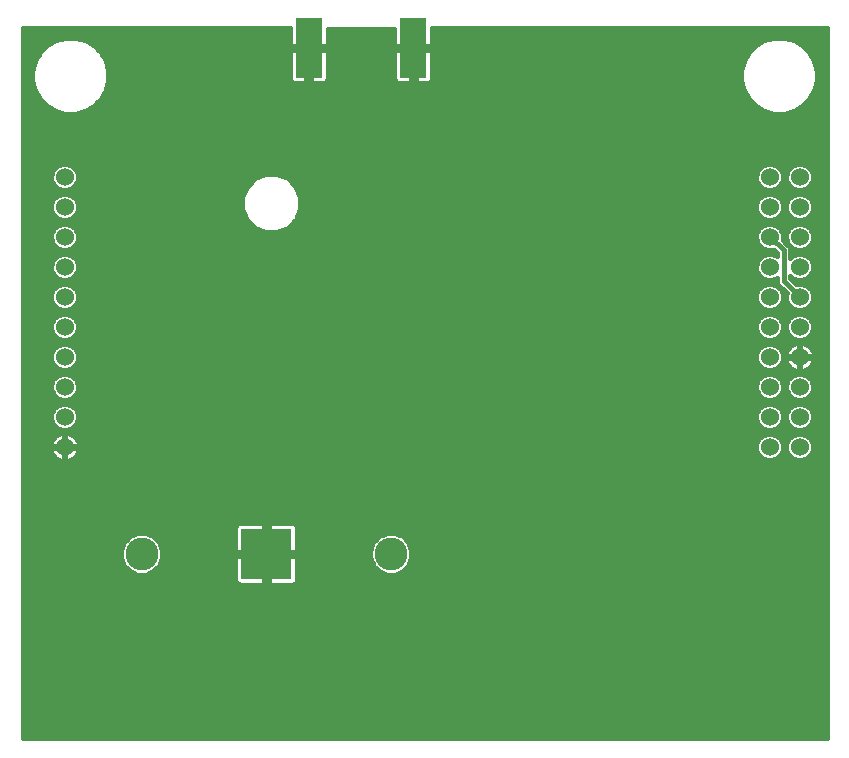
<source format=gbl>
G75*
G70*
%OFA0B0*%
%FSLAX24Y24*%
%IPPOS*%
%LPD*%
%AMOC8*
5,1,8,0,0,1.08239X$1,22.5*
%
%ADD10C,0.0600*%
%ADD11R,0.0900X0.2000*%
%ADD12C,0.1095*%
%ADD13R,0.1700X0.1700*%
%ADD14C,0.0160*%
%ADD15C,0.0290*%
D10*
X001960Y010567D03*
X001960Y011567D03*
X001960Y012567D03*
X001960Y013567D03*
X001960Y014567D03*
X001960Y015567D03*
X001960Y016567D03*
X001960Y017567D03*
X001960Y018567D03*
X001960Y019567D03*
X025460Y019567D03*
X026460Y019567D03*
X026460Y018567D03*
X026460Y017567D03*
X026460Y016567D03*
X026460Y015567D03*
X026460Y014567D03*
X026460Y013567D03*
X026460Y012567D03*
X026460Y011567D03*
X026460Y010567D03*
X025460Y010567D03*
X025460Y011567D03*
X025460Y012567D03*
X025460Y013567D03*
X025460Y014567D03*
X025460Y015567D03*
X025460Y016567D03*
X025460Y017567D03*
X025460Y018567D03*
D11*
X013577Y023865D03*
X010097Y023865D03*
D12*
X012835Y007000D03*
X004525Y007000D03*
D13*
X008680Y007000D03*
D14*
X000560Y000880D02*
X000560Y024529D01*
X009467Y024529D01*
X009467Y023945D01*
X010017Y023945D01*
X010017Y023785D01*
X009467Y023785D01*
X009467Y022841D01*
X009480Y022796D01*
X009503Y022754D01*
X009537Y022721D01*
X009578Y022697D01*
X009624Y022685D01*
X010017Y022685D01*
X010017Y023785D01*
X010177Y023785D01*
X010177Y022685D01*
X010571Y022685D01*
X010617Y022697D01*
X010658Y022721D01*
X010692Y022754D01*
X010715Y022796D01*
X010727Y022841D01*
X010727Y023785D01*
X010177Y023785D01*
X010177Y023945D01*
X010727Y023945D01*
X010727Y024495D01*
X012947Y024495D01*
X012947Y023945D01*
X013497Y023945D01*
X013497Y023785D01*
X012947Y023785D01*
X012947Y022841D01*
X012960Y022796D01*
X012983Y022754D01*
X013017Y022721D01*
X013058Y022697D01*
X013104Y022685D01*
X013497Y022685D01*
X013497Y023785D01*
X013657Y023785D01*
X013657Y022685D01*
X014051Y022685D01*
X014097Y022697D01*
X014138Y022721D01*
X014172Y022754D01*
X014195Y022796D01*
X014207Y022841D01*
X014207Y023785D01*
X013657Y023785D01*
X013657Y023945D01*
X014207Y023945D01*
X014207Y024529D01*
X027359Y024529D01*
X027359Y000880D01*
X000560Y000880D01*
X000560Y000976D02*
X027359Y000976D01*
X027359Y001134D02*
X000560Y001134D01*
X000560Y001293D02*
X027359Y001293D01*
X027359Y001451D02*
X000560Y001451D01*
X000560Y001610D02*
X027359Y001610D01*
X027359Y001768D02*
X000560Y001768D01*
X000560Y001927D02*
X027359Y001927D01*
X027359Y002085D02*
X000560Y002085D01*
X000560Y002244D02*
X027359Y002244D01*
X027359Y002402D02*
X000560Y002402D01*
X000560Y002561D02*
X027359Y002561D01*
X027359Y002719D02*
X000560Y002719D01*
X000560Y002878D02*
X027359Y002878D01*
X027359Y003036D02*
X000560Y003036D01*
X000560Y003195D02*
X027359Y003195D01*
X027359Y003353D02*
X000560Y003353D01*
X000560Y003512D02*
X027359Y003512D01*
X027359Y003670D02*
X000560Y003670D01*
X000560Y003829D02*
X027359Y003829D01*
X027359Y003987D02*
X000560Y003987D01*
X000560Y004146D02*
X027359Y004146D01*
X027359Y004304D02*
X000560Y004304D01*
X000560Y004463D02*
X027359Y004463D01*
X027359Y004621D02*
X000560Y004621D01*
X000560Y004780D02*
X027359Y004780D01*
X027359Y004938D02*
X000560Y004938D01*
X000560Y005097D02*
X027359Y005097D01*
X027359Y005255D02*
X000560Y005255D01*
X000560Y005414D02*
X027359Y005414D01*
X027359Y005572D02*
X000560Y005572D01*
X000560Y005731D02*
X027359Y005731D01*
X027359Y005889D02*
X000560Y005889D01*
X000560Y006048D02*
X007681Y006048D01*
X007686Y006039D02*
X007719Y006006D01*
X007761Y005982D01*
X007806Y005970D01*
X008600Y005970D01*
X008600Y006920D01*
X008760Y006920D01*
X008760Y007080D01*
X009710Y007080D01*
X009710Y007874D01*
X009698Y007919D01*
X009674Y007961D01*
X009641Y007994D01*
X009599Y008018D01*
X009554Y008030D01*
X008760Y008030D01*
X008760Y007080D01*
X008600Y007080D01*
X008600Y008030D01*
X007806Y008030D01*
X007761Y008018D01*
X007719Y007994D01*
X007686Y007961D01*
X007662Y007919D01*
X007650Y007874D01*
X007650Y007080D01*
X008600Y007080D01*
X008600Y006920D01*
X007650Y006920D01*
X007650Y006126D01*
X007662Y006081D01*
X007686Y006039D01*
X007650Y006206D02*
X000560Y006206D01*
X000560Y006365D02*
X004263Y006365D01*
X004388Y006313D02*
X004662Y006313D01*
X004914Y006417D01*
X005108Y006611D01*
X005212Y006863D01*
X005212Y007137D01*
X005108Y007389D01*
X004914Y007583D01*
X004662Y007687D01*
X004388Y007687D01*
X004136Y007583D01*
X003942Y007389D01*
X003838Y007137D01*
X003838Y006863D01*
X003942Y006611D01*
X004136Y006417D01*
X004388Y006313D01*
X004787Y006365D02*
X007650Y006365D01*
X007650Y006523D02*
X005020Y006523D01*
X005137Y006682D02*
X007650Y006682D01*
X007650Y006840D02*
X005203Y006840D01*
X005212Y006999D02*
X008600Y006999D01*
X008600Y007157D02*
X008760Y007157D01*
X008760Y006999D02*
X012148Y006999D01*
X012148Y006863D02*
X012148Y007137D01*
X012252Y007389D01*
X012446Y007583D01*
X012698Y007687D01*
X012972Y007687D01*
X013224Y007583D01*
X013418Y007389D01*
X013522Y007137D01*
X013522Y006863D01*
X013418Y006611D01*
X013224Y006417D01*
X012972Y006313D01*
X012698Y006313D01*
X012446Y006417D01*
X012252Y006611D01*
X012148Y006863D01*
X012157Y006840D02*
X009710Y006840D01*
X009710Y006920D02*
X008760Y006920D01*
X008760Y005970D01*
X009554Y005970D01*
X009599Y005982D01*
X009641Y006006D01*
X009674Y006039D01*
X009698Y006081D01*
X009710Y006126D01*
X009710Y006920D01*
X009710Y007157D02*
X012156Y007157D01*
X012222Y007316D02*
X009710Y007316D01*
X009710Y007474D02*
X012337Y007474D01*
X012565Y007633D02*
X009710Y007633D01*
X009710Y007791D02*
X027359Y007791D01*
X027359Y007633D02*
X013105Y007633D01*
X013333Y007474D02*
X027359Y007474D01*
X027359Y007316D02*
X013448Y007316D01*
X013514Y007157D02*
X027359Y007157D01*
X027359Y006999D02*
X013522Y006999D01*
X013513Y006840D02*
X027359Y006840D01*
X027359Y006682D02*
X013447Y006682D01*
X013330Y006523D02*
X027359Y006523D01*
X027359Y006365D02*
X013097Y006365D01*
X012573Y006365D02*
X009710Y006365D01*
X009710Y006523D02*
X012340Y006523D01*
X012223Y006682D02*
X009710Y006682D01*
X009710Y006206D02*
X027359Y006206D01*
X027359Y006048D02*
X009679Y006048D01*
X008760Y006048D02*
X008600Y006048D01*
X008600Y006206D02*
X008760Y006206D01*
X008760Y006365D02*
X008600Y006365D01*
X008600Y006523D02*
X008760Y006523D01*
X008760Y006682D02*
X008600Y006682D01*
X008600Y006840D02*
X008760Y006840D01*
X008760Y007316D02*
X008600Y007316D01*
X008600Y007474D02*
X008760Y007474D01*
X008760Y007633D02*
X008600Y007633D01*
X008600Y007791D02*
X008760Y007791D01*
X008760Y007950D02*
X008600Y007950D01*
X007680Y007950D02*
X000560Y007950D01*
X000560Y008108D02*
X027359Y008108D01*
X027359Y007950D02*
X009680Y007950D01*
X007650Y007791D02*
X000560Y007791D01*
X000560Y007633D02*
X004255Y007633D01*
X004027Y007474D02*
X000560Y007474D01*
X000560Y007316D02*
X003912Y007316D01*
X003846Y007157D02*
X000560Y007157D01*
X000560Y006999D02*
X003838Y006999D01*
X003847Y006840D02*
X000560Y006840D01*
X000560Y006682D02*
X003913Y006682D01*
X004030Y006523D02*
X000560Y006523D01*
X000560Y008267D02*
X027359Y008267D01*
X027359Y008425D02*
X000560Y008425D01*
X000560Y008584D02*
X027359Y008584D01*
X027359Y008742D02*
X000560Y008742D01*
X000560Y008901D02*
X027359Y008901D01*
X027359Y009059D02*
X000560Y009059D01*
X000560Y009218D02*
X027359Y009218D01*
X027359Y009376D02*
X000560Y009376D01*
X000560Y009535D02*
X027359Y009535D01*
X027359Y009693D02*
X000560Y009693D01*
X000560Y009852D02*
X027359Y009852D01*
X027359Y010010D02*
X000560Y010010D01*
X000560Y010169D02*
X001691Y010169D01*
X001708Y010156D02*
X001647Y010201D01*
X001593Y010254D01*
X001549Y010315D01*
X001515Y010383D01*
X001491Y010455D01*
X001480Y010529D01*
X001480Y010547D01*
X001940Y010547D01*
X001980Y010547D01*
X001980Y010587D01*
X002440Y010587D01*
X002440Y010605D01*
X002428Y010679D01*
X002404Y010751D01*
X002370Y010819D01*
X002326Y010880D01*
X002272Y010933D01*
X002211Y010977D01*
X002144Y011012D01*
X002072Y011035D01*
X001997Y011047D01*
X001980Y011047D01*
X001980Y010587D01*
X001940Y010587D01*
X001940Y011047D01*
X001922Y011047D01*
X001847Y011035D01*
X001775Y011012D01*
X001708Y010977D01*
X001647Y010933D01*
X001593Y010880D01*
X001549Y010819D01*
X001515Y010751D01*
X001491Y010679D01*
X001480Y010605D01*
X001480Y010587D01*
X001940Y010587D01*
X001940Y010547D01*
X001940Y010087D01*
X001922Y010087D01*
X001847Y010099D01*
X001775Y010122D01*
X001708Y010156D01*
X001940Y010169D02*
X001980Y010169D01*
X001980Y010087D02*
X001997Y010087D01*
X002072Y010099D01*
X002144Y010122D01*
X002211Y010156D01*
X002272Y010201D01*
X002326Y010254D01*
X002370Y010315D01*
X002404Y010383D01*
X002428Y010455D01*
X002440Y010529D01*
X002440Y010547D01*
X001980Y010547D01*
X001980Y010087D01*
X001980Y010327D02*
X001940Y010327D01*
X001940Y010486D02*
X001980Y010486D01*
X001980Y010644D02*
X001940Y010644D01*
X001940Y010803D02*
X001980Y010803D01*
X001980Y010961D02*
X001940Y010961D01*
X001872Y011127D02*
X002047Y011127D01*
X002209Y011194D01*
X002333Y011318D01*
X002400Y011479D01*
X002400Y011654D01*
X002333Y011816D01*
X002209Y011940D01*
X002047Y012007D01*
X001872Y012007D01*
X001710Y011940D01*
X001587Y011816D01*
X001520Y011654D01*
X001520Y011479D01*
X001587Y011318D01*
X001710Y011194D01*
X001872Y011127D01*
X001685Y010961D02*
X000560Y010961D01*
X000560Y010803D02*
X001541Y010803D01*
X001486Y010644D02*
X000560Y010644D01*
X000560Y010486D02*
X001486Y010486D01*
X001543Y010327D02*
X000560Y010327D01*
X000560Y011120D02*
X027359Y011120D01*
X027359Y011278D02*
X026793Y011278D01*
X026833Y011318D02*
X026900Y011479D01*
X026900Y011654D01*
X026833Y011816D01*
X026709Y011940D01*
X026547Y012007D01*
X026372Y012007D01*
X026210Y011940D01*
X026087Y011816D01*
X026020Y011654D01*
X026020Y011479D01*
X026087Y011318D01*
X026210Y011194D01*
X026372Y011127D01*
X026547Y011127D01*
X026709Y011194D01*
X026833Y011318D01*
X026882Y011437D02*
X027359Y011437D01*
X027359Y011595D02*
X026900Y011595D01*
X026858Y011754D02*
X027359Y011754D01*
X027359Y011912D02*
X026737Y011912D01*
X026709Y012194D02*
X026547Y012127D01*
X026372Y012127D01*
X026210Y012194D01*
X026087Y012318D01*
X026020Y012479D01*
X026020Y012654D01*
X026087Y012816D01*
X026210Y012940D01*
X026372Y013007D01*
X026547Y013007D01*
X026709Y012940D01*
X026833Y012816D01*
X026900Y012654D01*
X026900Y012479D01*
X026833Y012318D01*
X026709Y012194D01*
X026744Y012229D02*
X027359Y012229D01*
X027359Y012071D02*
X000560Y012071D01*
X000560Y012229D02*
X001675Y012229D01*
X001710Y012194D02*
X001587Y012318D01*
X001520Y012479D01*
X001520Y012654D01*
X001587Y012816D01*
X001710Y012940D01*
X001872Y013007D01*
X002047Y013007D01*
X002209Y012940D01*
X002333Y012816D01*
X002400Y012654D01*
X002400Y012479D01*
X002333Y012318D01*
X002209Y012194D01*
X002047Y012127D01*
X001872Y012127D01*
X001710Y012194D01*
X001558Y012388D02*
X000560Y012388D01*
X000560Y012546D02*
X001520Y012546D01*
X001540Y012705D02*
X000560Y012705D01*
X000560Y012863D02*
X001633Y012863D01*
X001744Y013180D02*
X000560Y013180D01*
X000560Y013022D02*
X027359Y013022D01*
X027359Y013180D02*
X026744Y013180D01*
X026772Y013201D02*
X026826Y013254D01*
X026870Y013315D01*
X026904Y013383D01*
X026928Y013455D01*
X026940Y013529D01*
X026940Y013547D01*
X026480Y013547D01*
X026480Y013587D01*
X026940Y013587D01*
X026940Y013605D01*
X026928Y013679D01*
X026904Y013751D01*
X026870Y013819D01*
X026826Y013880D01*
X026772Y013933D01*
X026711Y013977D01*
X026644Y014012D01*
X026572Y014035D01*
X026497Y014047D01*
X026480Y014047D01*
X026480Y013587D01*
X026440Y013587D01*
X026440Y014047D01*
X026422Y014047D01*
X026347Y014035D01*
X026275Y014012D01*
X026208Y013977D01*
X026147Y013933D01*
X026093Y013880D01*
X026049Y013819D01*
X026015Y013751D01*
X025991Y013679D01*
X025980Y013605D01*
X025980Y013587D01*
X026440Y013587D01*
X026440Y013547D01*
X026480Y013547D01*
X026480Y013087D01*
X026497Y013087D01*
X026572Y013099D01*
X026644Y013122D01*
X026711Y013156D01*
X026772Y013201D01*
X026882Y013339D02*
X027359Y013339D01*
X027359Y013497D02*
X026934Y013497D01*
X026931Y013656D02*
X027359Y013656D01*
X027359Y013814D02*
X026872Y013814D01*
X026718Y013973D02*
X027359Y013973D01*
X027359Y014131D02*
X026557Y014131D01*
X026547Y014127D02*
X026709Y014194D01*
X026833Y014318D01*
X026900Y014479D01*
X026900Y014654D01*
X026833Y014816D01*
X026709Y014940D01*
X026547Y015007D01*
X026372Y015007D01*
X026210Y014940D01*
X026087Y014816D01*
X026020Y014654D01*
X026020Y014479D01*
X026087Y014318D01*
X026210Y014194D01*
X026372Y014127D01*
X026547Y014127D01*
X026480Y013973D02*
X026440Y013973D01*
X026440Y013814D02*
X026480Y013814D01*
X026480Y013656D02*
X026440Y013656D01*
X026440Y013547D02*
X025980Y013547D01*
X025980Y013529D01*
X025991Y013455D01*
X026015Y013383D01*
X026049Y013315D01*
X026093Y013254D01*
X026147Y013201D01*
X026208Y013156D01*
X026275Y013122D01*
X026347Y013099D01*
X026422Y013087D01*
X026440Y013087D01*
X026440Y013547D01*
X026440Y013497D02*
X026480Y013497D01*
X026480Y013339D02*
X026440Y013339D01*
X026440Y013180D02*
X026480Y013180D01*
X026175Y013180D02*
X025675Y013180D01*
X025709Y013194D02*
X025833Y013318D01*
X025900Y013479D01*
X025900Y013654D01*
X025833Y013816D01*
X025709Y013940D01*
X025547Y014007D01*
X025372Y014007D01*
X025210Y013940D01*
X025087Y013816D01*
X025020Y013654D01*
X025020Y013479D01*
X025087Y013318D01*
X025210Y013194D01*
X025372Y013127D01*
X025547Y013127D01*
X025709Y013194D01*
X025841Y013339D02*
X026037Y013339D01*
X025985Y013497D02*
X025900Y013497D01*
X025899Y013656D02*
X025988Y013656D01*
X026047Y013814D02*
X025833Y013814D01*
X025630Y013973D02*
X026201Y013973D01*
X026362Y014131D02*
X025557Y014131D01*
X025547Y014127D02*
X025709Y014194D01*
X025833Y014318D01*
X025900Y014479D01*
X025900Y014654D01*
X025833Y014816D01*
X025709Y014940D01*
X025547Y015007D01*
X025372Y015007D01*
X025210Y014940D01*
X025087Y014816D01*
X025020Y014654D01*
X025020Y014479D01*
X025087Y014318D01*
X025210Y014194D01*
X025372Y014127D01*
X025547Y014127D01*
X025362Y014131D02*
X002057Y014131D01*
X002047Y014127D02*
X002209Y014194D01*
X002333Y014318D01*
X002400Y014479D01*
X002400Y014654D01*
X002333Y014816D01*
X002209Y014940D01*
X002047Y015007D01*
X001872Y015007D01*
X001710Y014940D01*
X001587Y014816D01*
X001520Y014654D01*
X001520Y014479D01*
X001587Y014318D01*
X001710Y014194D01*
X001872Y014127D01*
X002047Y014127D01*
X002047Y014007D02*
X001872Y014007D01*
X001710Y013940D01*
X001587Y013816D01*
X001520Y013654D01*
X001520Y013479D01*
X001587Y013318D01*
X001710Y013194D01*
X001872Y013127D01*
X002047Y013127D01*
X002209Y013194D01*
X002333Y013318D01*
X002400Y013479D01*
X002400Y013654D01*
X002333Y013816D01*
X002209Y013940D01*
X002047Y014007D01*
X002130Y013973D02*
X025289Y013973D01*
X025086Y013814D02*
X002333Y013814D01*
X002399Y013656D02*
X025020Y013656D01*
X025020Y013497D02*
X002400Y013497D01*
X002341Y013339D02*
X025078Y013339D01*
X025244Y013180D02*
X002175Y013180D01*
X002286Y012863D02*
X025133Y012863D01*
X025087Y012816D02*
X025020Y012654D01*
X025020Y012479D01*
X025087Y012318D01*
X025210Y012194D01*
X025372Y012127D01*
X025547Y012127D01*
X025709Y012194D01*
X025833Y012318D01*
X025900Y012479D01*
X025900Y012654D01*
X025833Y012816D01*
X025709Y012940D01*
X025547Y013007D01*
X025372Y013007D01*
X025210Y012940D01*
X025087Y012816D01*
X025040Y012705D02*
X002379Y012705D01*
X002400Y012546D02*
X025020Y012546D01*
X025058Y012388D02*
X002361Y012388D01*
X002244Y012229D02*
X025175Y012229D01*
X025210Y011940D02*
X025087Y011816D01*
X025020Y011654D01*
X025020Y011479D01*
X025087Y011318D01*
X025210Y011194D01*
X025372Y011127D01*
X025547Y011127D01*
X025709Y011194D01*
X025833Y011318D01*
X025900Y011479D01*
X025900Y011654D01*
X025833Y011816D01*
X025709Y011940D01*
X025547Y012007D01*
X025372Y012007D01*
X025210Y011940D01*
X025182Y011912D02*
X002237Y011912D01*
X002358Y011754D02*
X025061Y011754D01*
X025020Y011595D02*
X002400Y011595D01*
X002382Y011437D02*
X025037Y011437D01*
X025126Y011278D02*
X002293Y011278D01*
X002234Y010961D02*
X025261Y010961D01*
X025210Y010940D02*
X025372Y011007D01*
X025547Y011007D01*
X025709Y010940D01*
X025833Y010816D01*
X025900Y010654D01*
X025900Y010479D01*
X025833Y010318D01*
X025709Y010194D01*
X025547Y010127D01*
X025372Y010127D01*
X025210Y010194D01*
X025087Y010318D01*
X025020Y010479D01*
X025020Y010654D01*
X025087Y010816D01*
X025210Y010940D01*
X025081Y010803D02*
X002378Y010803D01*
X002433Y010644D02*
X025020Y010644D01*
X025020Y010486D02*
X002433Y010486D01*
X002376Y010327D02*
X025083Y010327D01*
X025272Y010169D02*
X002228Y010169D01*
X001626Y011278D02*
X000560Y011278D01*
X000560Y011437D02*
X001537Y011437D01*
X001520Y011595D02*
X000560Y011595D01*
X000560Y011754D02*
X001561Y011754D01*
X001682Y011912D02*
X000560Y011912D01*
X000560Y013339D02*
X001578Y013339D01*
X001520Y013497D02*
X000560Y013497D01*
X000560Y013656D02*
X001520Y013656D01*
X001586Y013814D02*
X000560Y013814D01*
X000560Y013973D02*
X001789Y013973D01*
X001862Y014131D02*
X000560Y014131D01*
X000560Y014290D02*
X001615Y014290D01*
X001533Y014448D02*
X000560Y014448D01*
X000560Y014607D02*
X001520Y014607D01*
X001565Y014765D02*
X000560Y014765D01*
X000560Y014924D02*
X001694Y014924D01*
X001872Y015127D02*
X002047Y015127D01*
X002209Y015194D01*
X002333Y015318D01*
X002400Y015479D01*
X002400Y015654D01*
X002333Y015816D01*
X002209Y015940D01*
X002047Y016007D01*
X001872Y016007D01*
X001710Y015940D01*
X001587Y015816D01*
X001520Y015654D01*
X001520Y015479D01*
X001587Y015318D01*
X001710Y015194D01*
X001872Y015127D01*
X001664Y015241D02*
X000560Y015241D01*
X000560Y015399D02*
X001553Y015399D01*
X001520Y015558D02*
X000560Y015558D01*
X000560Y015716D02*
X001545Y015716D01*
X001645Y015875D02*
X000560Y015875D01*
X000560Y016033D02*
X025710Y016033D01*
X025710Y016005D02*
X026032Y015684D01*
X026020Y015654D01*
X026020Y015479D01*
X026087Y015318D01*
X026210Y015194D01*
X026372Y015127D01*
X026547Y015127D01*
X026709Y015194D01*
X026833Y015318D01*
X026900Y015479D01*
X026900Y015654D01*
X026833Y015816D01*
X026709Y015940D01*
X026547Y016007D01*
X026372Y016007D01*
X026343Y015995D01*
X026150Y016188D01*
X026150Y016254D01*
X026210Y016194D01*
X026372Y016127D01*
X026547Y016127D01*
X026709Y016194D01*
X026833Y016318D01*
X026900Y016479D01*
X026900Y016654D01*
X026833Y016816D01*
X026709Y016940D01*
X026547Y017007D01*
X026372Y017007D01*
X026210Y016940D01*
X026150Y016880D01*
X026150Y017216D01*
X026021Y017345D01*
X025896Y017470D01*
X025900Y017479D01*
X025900Y017654D01*
X025833Y017816D01*
X025709Y017940D01*
X025547Y018007D01*
X025372Y018007D01*
X025210Y017940D01*
X025087Y017816D01*
X025020Y017654D01*
X025020Y017479D01*
X025087Y017318D01*
X025210Y017194D01*
X025372Y017127D01*
X025547Y017127D01*
X025596Y017147D01*
X025710Y017034D01*
X025710Y016939D01*
X025709Y016940D01*
X025547Y017007D01*
X025372Y017007D01*
X025210Y016940D01*
X025087Y016816D01*
X025020Y016654D01*
X025020Y016479D01*
X025087Y016318D01*
X025210Y016194D01*
X025372Y016127D01*
X025547Y016127D01*
X025709Y016194D01*
X025710Y016195D01*
X025710Y016005D01*
X025709Y015940D02*
X025547Y016007D01*
X025372Y016007D01*
X025210Y015940D01*
X025087Y015816D01*
X025020Y015654D01*
X025020Y015479D01*
X025087Y015318D01*
X025210Y015194D01*
X025372Y015127D01*
X025547Y015127D01*
X025709Y015194D01*
X025833Y015318D01*
X025900Y015479D01*
X025900Y015654D01*
X025833Y015816D01*
X025709Y015940D01*
X025774Y015875D02*
X025841Y015875D01*
X025874Y015716D02*
X025999Y015716D01*
X026020Y015558D02*
X025900Y015558D01*
X025866Y015399D02*
X026053Y015399D01*
X026164Y015241D02*
X025755Y015241D01*
X025725Y014924D02*
X026194Y014924D01*
X026065Y014765D02*
X025854Y014765D01*
X025900Y014607D02*
X026020Y014607D01*
X026033Y014448D02*
X025887Y014448D01*
X025804Y014290D02*
X026115Y014290D01*
X026804Y014290D02*
X027359Y014290D01*
X027359Y014448D02*
X026887Y014448D01*
X026900Y014607D02*
X027359Y014607D01*
X027359Y014765D02*
X026854Y014765D01*
X026725Y014924D02*
X027359Y014924D01*
X027359Y015082D02*
X000560Y015082D01*
X000560Y016192D02*
X001716Y016192D01*
X001710Y016194D02*
X001872Y016127D01*
X002047Y016127D01*
X002209Y016194D01*
X002333Y016318D01*
X002400Y016479D01*
X002400Y016654D01*
X002333Y016816D01*
X002209Y016940D01*
X002047Y017007D01*
X001872Y017007D01*
X001710Y016940D01*
X001587Y016816D01*
X001520Y016654D01*
X001520Y016479D01*
X001587Y016318D01*
X001710Y016194D01*
X001573Y016350D02*
X000560Y016350D01*
X000560Y016509D02*
X001520Y016509D01*
X001525Y016667D02*
X000560Y016667D01*
X000560Y016826D02*
X001596Y016826D01*
X001817Y016984D02*
X000560Y016984D01*
X000560Y017143D02*
X001834Y017143D01*
X001872Y017127D02*
X002047Y017127D01*
X002209Y017194D01*
X002333Y017318D01*
X002400Y017479D01*
X002400Y017654D01*
X002333Y017816D01*
X002209Y017940D01*
X002047Y018007D01*
X001872Y018007D01*
X001710Y017940D01*
X001587Y017816D01*
X001520Y017654D01*
X001520Y017479D01*
X001587Y017318D01*
X001710Y017194D01*
X001872Y017127D01*
X002085Y017143D02*
X025334Y017143D01*
X025317Y016984D02*
X002102Y016984D01*
X002323Y016826D02*
X025096Y016826D01*
X025025Y016667D02*
X002394Y016667D01*
X002400Y016509D02*
X025020Y016509D01*
X025073Y016350D02*
X002346Y016350D01*
X002203Y016192D02*
X025216Y016192D01*
X025145Y015875D02*
X002274Y015875D01*
X002374Y015716D02*
X025045Y015716D01*
X025020Y015558D02*
X002400Y015558D01*
X002366Y015399D02*
X025053Y015399D01*
X025164Y015241D02*
X002255Y015241D01*
X002225Y014924D02*
X025194Y014924D01*
X025065Y014765D02*
X002354Y014765D01*
X002400Y014607D02*
X025020Y014607D01*
X025033Y014448D02*
X002387Y014448D01*
X002304Y014290D02*
X025115Y014290D01*
X025786Y012863D02*
X026133Y012863D01*
X026040Y012705D02*
X025879Y012705D01*
X025900Y012546D02*
X026020Y012546D01*
X026058Y012388D02*
X025861Y012388D01*
X025744Y012229D02*
X026175Y012229D01*
X026182Y011912D02*
X025737Y011912D01*
X025858Y011754D02*
X026061Y011754D01*
X026020Y011595D02*
X025900Y011595D01*
X025882Y011437D02*
X026037Y011437D01*
X026126Y011278D02*
X025793Y011278D01*
X025658Y010961D02*
X026261Y010961D01*
X026210Y010940D02*
X026087Y010816D01*
X026020Y010654D01*
X026020Y010479D01*
X026087Y010318D01*
X026210Y010194D01*
X026372Y010127D01*
X026547Y010127D01*
X026709Y010194D01*
X026833Y010318D01*
X026900Y010479D01*
X026900Y010654D01*
X026833Y010816D01*
X026709Y010940D01*
X026547Y011007D01*
X026372Y011007D01*
X026210Y010940D01*
X026081Y010803D02*
X025838Y010803D01*
X025900Y010644D02*
X026020Y010644D01*
X026020Y010486D02*
X025900Y010486D01*
X025836Y010327D02*
X026083Y010327D01*
X026272Y010169D02*
X025647Y010169D01*
X026647Y010169D02*
X027359Y010169D01*
X027359Y010327D02*
X026836Y010327D01*
X026900Y010486D02*
X027359Y010486D01*
X027359Y010644D02*
X026900Y010644D01*
X026838Y010803D02*
X027359Y010803D01*
X027359Y010961D02*
X026658Y010961D01*
X026861Y012388D02*
X027359Y012388D01*
X027359Y012546D02*
X026900Y012546D01*
X026879Y012705D02*
X027359Y012705D01*
X027359Y012863D02*
X026786Y012863D01*
X026755Y015241D02*
X027359Y015241D01*
X027359Y015399D02*
X026866Y015399D01*
X026900Y015558D02*
X027359Y015558D01*
X027359Y015716D02*
X026874Y015716D01*
X026774Y015875D02*
X027359Y015875D01*
X027359Y016033D02*
X026305Y016033D01*
X026216Y016192D02*
X026150Y016192D01*
X025930Y016096D02*
X026460Y015567D01*
X026703Y016192D02*
X027359Y016192D01*
X027359Y016350D02*
X026846Y016350D01*
X026900Y016509D02*
X027359Y016509D01*
X027359Y016667D02*
X026894Y016667D01*
X026823Y016826D02*
X027359Y016826D01*
X027359Y016984D02*
X026602Y016984D01*
X026547Y017127D02*
X026709Y017194D01*
X026833Y017318D01*
X026900Y017479D01*
X026900Y017654D01*
X026833Y017816D01*
X026709Y017940D01*
X026547Y018007D01*
X026372Y018007D01*
X026210Y017940D01*
X026087Y017816D01*
X026020Y017654D01*
X026020Y017479D01*
X026087Y017318D01*
X026210Y017194D01*
X026372Y017127D01*
X026547Y017127D01*
X026585Y017143D02*
X027359Y017143D01*
X027359Y017301D02*
X026816Y017301D01*
X026891Y017460D02*
X027359Y017460D01*
X027359Y017618D02*
X026900Y017618D01*
X026849Y017777D02*
X027359Y017777D01*
X027359Y017935D02*
X026714Y017935D01*
X026547Y018127D02*
X026709Y018194D01*
X026833Y018318D01*
X026900Y018479D01*
X026900Y018654D01*
X026833Y018816D01*
X026709Y018940D01*
X026547Y019007D01*
X026372Y019007D01*
X026210Y018940D01*
X026087Y018816D01*
X026020Y018654D01*
X026020Y018479D01*
X026087Y018318D01*
X026210Y018194D01*
X026372Y018127D01*
X026547Y018127D01*
X026767Y018252D02*
X027359Y018252D01*
X027359Y018094D02*
X009615Y018094D01*
X009668Y018147D02*
X009395Y017874D01*
X009038Y017726D01*
X008652Y017726D01*
X008296Y017874D01*
X008023Y018147D01*
X007875Y018504D01*
X007875Y018890D01*
X008023Y019247D01*
X008296Y019520D01*
X008297Y019520D02*
X002400Y019520D01*
X002400Y019479D02*
X002333Y019318D01*
X002209Y019194D01*
X002047Y019127D01*
X001872Y019127D01*
X001710Y019194D01*
X001587Y019318D01*
X001520Y019479D01*
X001520Y019654D01*
X001587Y019816D01*
X001710Y019940D01*
X001872Y020007D01*
X002047Y020007D01*
X002209Y019940D01*
X002333Y019816D01*
X002400Y019654D01*
X002400Y019479D01*
X002351Y019362D02*
X008137Y019362D01*
X008005Y019203D02*
X002218Y019203D01*
X002047Y019007D02*
X001872Y019007D01*
X001710Y018940D01*
X001587Y018816D01*
X001520Y018654D01*
X001520Y018479D01*
X001587Y018318D01*
X001710Y018194D01*
X001872Y018127D01*
X002047Y018127D01*
X002209Y018194D01*
X002333Y018318D01*
X002400Y018479D01*
X002400Y018654D01*
X002333Y018816D01*
X002209Y018940D01*
X002047Y019007D01*
X002263Y018886D02*
X007875Y018886D01*
X007875Y018728D02*
X002369Y018728D01*
X002400Y018569D02*
X007875Y018569D01*
X007913Y018411D02*
X002371Y018411D01*
X002267Y018252D02*
X007979Y018252D01*
X008076Y018094D02*
X000560Y018094D01*
X000560Y018252D02*
X001652Y018252D01*
X001548Y018411D02*
X000560Y018411D01*
X000560Y018569D02*
X001520Y018569D01*
X001550Y018728D02*
X000560Y018728D01*
X000560Y018886D02*
X001656Y018886D01*
X001701Y019203D02*
X000560Y019203D01*
X000560Y019045D02*
X007939Y019045D01*
X008296Y019520D02*
X008652Y019667D01*
X009038Y019667D01*
X009395Y019520D01*
X009668Y019247D01*
X009816Y018890D01*
X009816Y018504D01*
X009668Y018147D01*
X009712Y018252D02*
X025152Y018252D01*
X025210Y018194D02*
X025372Y018127D01*
X025547Y018127D01*
X025709Y018194D01*
X025833Y018318D01*
X025900Y018479D01*
X025900Y018654D01*
X025833Y018816D01*
X025709Y018940D01*
X025547Y019007D01*
X025372Y019007D01*
X025210Y018940D01*
X025087Y018816D01*
X025020Y018654D01*
X025020Y018479D01*
X025087Y018318D01*
X025210Y018194D01*
X025205Y017935D02*
X009456Y017935D01*
X009160Y017777D02*
X025070Y017777D01*
X025020Y017618D02*
X002400Y017618D01*
X002391Y017460D02*
X025028Y017460D01*
X025103Y017301D02*
X002316Y017301D01*
X002349Y017777D02*
X008531Y017777D01*
X008235Y017935D02*
X002214Y017935D01*
X001705Y017935D02*
X000560Y017935D01*
X000560Y017777D02*
X001570Y017777D01*
X001520Y017618D02*
X000560Y017618D01*
X000560Y017460D02*
X001528Y017460D01*
X001603Y017301D02*
X000560Y017301D01*
X000560Y019362D02*
X001568Y019362D01*
X001520Y019520D02*
X000560Y019520D01*
X000560Y019679D02*
X001530Y019679D01*
X001607Y019837D02*
X000560Y019837D01*
X000560Y019996D02*
X001844Y019996D01*
X002075Y019996D02*
X025344Y019996D01*
X025372Y020007D02*
X025210Y019940D01*
X025087Y019816D01*
X025020Y019654D01*
X025020Y019479D01*
X025087Y019318D01*
X025210Y019194D01*
X025372Y019127D01*
X025547Y019127D01*
X025709Y019194D01*
X025833Y019318D01*
X025900Y019479D01*
X025900Y019654D01*
X025833Y019816D01*
X025709Y019940D01*
X025547Y020007D01*
X025372Y020007D01*
X025575Y019996D02*
X026344Y019996D01*
X026372Y020007D02*
X026210Y019940D01*
X026087Y019816D01*
X026020Y019654D01*
X026020Y019479D01*
X026087Y019318D01*
X026210Y019194D01*
X026372Y019127D01*
X026547Y019127D01*
X026709Y019194D01*
X026833Y019318D01*
X026900Y019479D01*
X026900Y019654D01*
X026833Y019816D01*
X026709Y019940D01*
X026547Y020007D01*
X026372Y020007D01*
X026575Y019996D02*
X027359Y019996D01*
X027359Y020154D02*
X000560Y020154D01*
X000560Y020313D02*
X027359Y020313D01*
X027359Y020471D02*
X000560Y020471D01*
X000560Y020630D02*
X027359Y020630D01*
X027359Y020788D02*
X000560Y020788D01*
X000560Y020947D02*
X027359Y020947D01*
X027359Y021105D02*
X000560Y021105D01*
X000560Y021264D02*
X027359Y021264D01*
X027359Y021422D02*
X000560Y021422D01*
X000560Y021581D02*
X027359Y021581D01*
X027359Y021739D02*
X026176Y021739D01*
X026259Y021761D02*
X026548Y021928D01*
X026783Y022164D01*
X026950Y022452D01*
X027036Y022774D01*
X027036Y023108D01*
X026950Y023430D01*
X026783Y023718D01*
X026548Y023954D01*
X026259Y024121D01*
X025937Y024207D01*
X025604Y024207D01*
X025282Y024121D01*
X024993Y023954D01*
X024758Y023718D01*
X024591Y023430D01*
X024505Y023108D01*
X024505Y022774D01*
X024591Y022452D01*
X024758Y022164D01*
X024993Y021928D01*
X025282Y021761D01*
X025604Y021675D01*
X025937Y021675D01*
X026259Y021761D01*
X026495Y021898D02*
X027359Y021898D01*
X027359Y022056D02*
X026676Y022056D01*
X026813Y022215D02*
X027359Y022215D01*
X027359Y022373D02*
X026904Y022373D01*
X026971Y022532D02*
X027359Y022532D01*
X027359Y022690D02*
X027014Y022690D01*
X027036Y022849D02*
X027359Y022849D01*
X027359Y023007D02*
X027036Y023007D01*
X027021Y023166D02*
X027359Y023166D01*
X027359Y023324D02*
X026978Y023324D01*
X026920Y023483D02*
X027359Y023483D01*
X027359Y023641D02*
X026828Y023641D01*
X026702Y023800D02*
X027359Y023800D01*
X027359Y023958D02*
X026541Y023958D01*
X026266Y024117D02*
X027359Y024117D01*
X027359Y024275D02*
X014207Y024275D01*
X014207Y024117D02*
X025275Y024117D01*
X025001Y023958D02*
X014207Y023958D01*
X014207Y023641D02*
X024713Y023641D01*
X024622Y023483D02*
X014207Y023483D01*
X014207Y023324D02*
X024563Y023324D01*
X024520Y023166D02*
X014207Y023166D01*
X014207Y023007D02*
X024505Y023007D01*
X024505Y022849D02*
X014207Y022849D01*
X014070Y022690D02*
X024527Y022690D01*
X024570Y022532D02*
X003349Y022532D01*
X003328Y022452D02*
X003414Y022774D01*
X003414Y023108D01*
X003328Y023430D01*
X003161Y023718D01*
X002926Y023954D01*
X002637Y024121D01*
X002315Y024207D01*
X001982Y024207D01*
X001660Y024121D01*
X001371Y023954D01*
X001136Y023718D01*
X000969Y023430D01*
X000883Y023108D01*
X000883Y022774D01*
X000969Y022452D01*
X001136Y022164D01*
X001371Y021928D01*
X001660Y021761D01*
X001982Y021675D01*
X002315Y021675D01*
X002637Y021761D01*
X002926Y021928D01*
X003161Y022164D01*
X003328Y022452D01*
X003282Y022373D02*
X024637Y022373D01*
X024728Y022215D02*
X003191Y022215D01*
X003054Y022056D02*
X024865Y022056D01*
X025046Y021898D02*
X002873Y021898D01*
X002554Y021739D02*
X025365Y021739D01*
X025107Y019837D02*
X002312Y019837D01*
X002390Y019679D02*
X025030Y019679D01*
X025020Y019520D02*
X009394Y019520D01*
X009553Y019362D02*
X025068Y019362D01*
X025201Y019203D02*
X009686Y019203D01*
X009752Y019045D02*
X027359Y019045D01*
X027359Y019203D02*
X026718Y019203D01*
X026851Y019362D02*
X027359Y019362D01*
X027359Y019520D02*
X026900Y019520D01*
X026890Y019679D02*
X027359Y019679D01*
X027359Y019837D02*
X026812Y019837D01*
X026107Y019837D02*
X025812Y019837D01*
X025890Y019679D02*
X026030Y019679D01*
X026020Y019520D02*
X025900Y019520D01*
X025851Y019362D02*
X026068Y019362D01*
X026201Y019203D02*
X025718Y019203D01*
X025763Y018886D02*
X026156Y018886D01*
X026050Y018728D02*
X025869Y018728D01*
X025900Y018569D02*
X026020Y018569D01*
X026048Y018411D02*
X025871Y018411D01*
X025767Y018252D02*
X026152Y018252D01*
X026205Y017935D02*
X025714Y017935D01*
X025849Y017777D02*
X026070Y017777D01*
X026020Y017618D02*
X025900Y017618D01*
X025907Y017460D02*
X026028Y017460D01*
X026065Y017301D02*
X026103Y017301D01*
X026150Y017143D02*
X026334Y017143D01*
X026317Y016984D02*
X026150Y016984D01*
X025930Y017125D02*
X025930Y016096D01*
X025710Y016192D02*
X025703Y016192D01*
X025710Y016984D02*
X025602Y016984D01*
X025585Y017143D02*
X025601Y017143D01*
X025930Y017125D02*
X025488Y017567D01*
X025460Y017567D01*
X025048Y018411D02*
X009777Y018411D01*
X009816Y018569D02*
X025020Y018569D01*
X025050Y018728D02*
X009816Y018728D01*
X009816Y018886D02*
X025156Y018886D01*
X026763Y018886D02*
X027359Y018886D01*
X027359Y018728D02*
X026869Y018728D01*
X026900Y018569D02*
X027359Y018569D01*
X027359Y018411D02*
X026871Y018411D01*
X024839Y023800D02*
X013657Y023800D01*
X013657Y023641D02*
X013497Y023641D01*
X013497Y023483D02*
X013657Y023483D01*
X013657Y023324D02*
X013497Y023324D01*
X013497Y023166D02*
X013657Y023166D01*
X013657Y023007D02*
X013497Y023007D01*
X013497Y022849D02*
X013657Y022849D01*
X013657Y022690D02*
X013497Y022690D01*
X013085Y022690D02*
X010590Y022690D01*
X010727Y022849D02*
X012947Y022849D01*
X012947Y023007D02*
X010727Y023007D01*
X010727Y023166D02*
X012947Y023166D01*
X012947Y023324D02*
X010727Y023324D01*
X010727Y023483D02*
X012947Y023483D01*
X012947Y023641D02*
X010727Y023641D01*
X010727Y023958D02*
X012947Y023958D01*
X012947Y024117D02*
X010727Y024117D01*
X010727Y024275D02*
X012947Y024275D01*
X012947Y024434D02*
X010727Y024434D01*
X010177Y023800D02*
X013497Y023800D01*
X014207Y024434D02*
X027359Y024434D01*
X010177Y023641D02*
X010017Y023641D01*
X010017Y023483D02*
X010177Y023483D01*
X010177Y023324D02*
X010017Y023324D01*
X010017Y023166D02*
X010177Y023166D01*
X010177Y023007D02*
X010017Y023007D01*
X010017Y022849D02*
X010177Y022849D01*
X010177Y022690D02*
X010017Y022690D01*
X009605Y022690D02*
X003392Y022690D01*
X003414Y022849D02*
X009467Y022849D01*
X009467Y023007D02*
X003414Y023007D01*
X003399Y023166D02*
X009467Y023166D01*
X009467Y023324D02*
X003356Y023324D01*
X003297Y023483D02*
X009467Y023483D01*
X009467Y023641D02*
X003206Y023641D01*
X003080Y023800D02*
X010017Y023800D01*
X009467Y023958D02*
X002919Y023958D01*
X002644Y024117D02*
X009467Y024117D01*
X009467Y024275D02*
X000560Y024275D01*
X000560Y024117D02*
X001653Y024117D01*
X001379Y023958D02*
X000560Y023958D01*
X000560Y023800D02*
X001217Y023800D01*
X001091Y023641D02*
X000560Y023641D01*
X000560Y023483D02*
X001000Y023483D01*
X000941Y023324D02*
X000560Y023324D01*
X000560Y023166D02*
X000898Y023166D01*
X000883Y023007D02*
X000560Y023007D01*
X000560Y022849D02*
X000883Y022849D01*
X000905Y022690D02*
X000560Y022690D01*
X000560Y022532D02*
X000948Y022532D01*
X001015Y022373D02*
X000560Y022373D01*
X000560Y022215D02*
X001106Y022215D01*
X001243Y022056D02*
X000560Y022056D01*
X000560Y021898D02*
X001424Y021898D01*
X001743Y021739D02*
X000560Y021739D01*
X000560Y024434D02*
X009467Y024434D01*
X007650Y007633D02*
X004795Y007633D01*
X005023Y007474D02*
X007650Y007474D01*
X007650Y007316D02*
X005138Y007316D01*
X005204Y007157D02*
X007650Y007157D01*
D15*
X008294Y013750D03*
X007700Y015625D03*
X010660Y015625D03*
X011230Y021375D03*
X010730Y022125D03*
X010105Y022500D03*
X012605Y021375D03*
X012980Y022000D03*
X013355Y022500D03*
X007105Y021375D03*
X004575Y015750D03*
X004575Y014750D03*
X018480Y016152D03*
X020313Y014250D03*
X022855Y015955D03*
M02*

</source>
